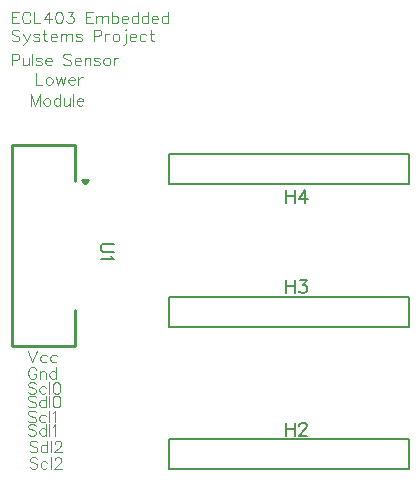
<source format=gto>
G04 Layer: TopSilkscreenLayer*
G04 EasyEDA v6.5.37, 2023-11-02 15:14:11*
G04 70c171ed55f9412ebf638e9d120c17bd,3a11b6de39944756a1cf0add2bf12301,10*
G04 Gerber Generator version 0.2*
G04 Scale: 100 percent, Rotated: No, Reflected: No *
G04 Dimensions in millimeters *
G04 leading zeros omitted , absolute positions ,4 integer and 5 decimal *
%FSLAX45Y45*%
%MOMM*%

%ADD10C,0.1000*%
%ADD11C,0.1524*%
%ADD12C,0.2032*%
%ADD13C,0.2030*%
%ADD14C,0.2540*%
%ADD15C,0.0159*%

%LPD*%
D10*
X889000Y3047237D02*
G01*
X925321Y2951734D01*
X961644Y3047237D02*
G01*
X925321Y2951734D01*
X1046226Y3001771D02*
G01*
X1037081Y3010915D01*
X1028192Y3015487D01*
X1014476Y3015487D01*
X1005331Y3010915D01*
X996187Y3001771D01*
X991615Y2988310D01*
X991615Y2979165D01*
X996187Y2965450D01*
X1005331Y2956305D01*
X1014476Y2951734D01*
X1028192Y2951734D01*
X1037081Y2956305D01*
X1046226Y2965450D01*
X1130807Y3001771D02*
G01*
X1121663Y3010915D01*
X1112520Y3015487D01*
X1099057Y3015487D01*
X1089913Y3010915D01*
X1080770Y3001771D01*
X1076197Y2988310D01*
X1076197Y2979165D01*
X1080770Y2965450D01*
X1089913Y2956305D01*
X1099057Y2951734D01*
X1112520Y2951734D01*
X1121663Y2956305D01*
X1130807Y2965450D01*
X957071Y2884931D02*
G01*
X952754Y2894076D01*
X943610Y2902965D01*
X934465Y2907537D01*
X916178Y2907537D01*
X907287Y2902965D01*
X898144Y2894076D01*
X893571Y2884931D01*
X889000Y2871215D01*
X889000Y2848610D01*
X893571Y2834894D01*
X898144Y2825750D01*
X907287Y2816605D01*
X916178Y2812034D01*
X934465Y2812034D01*
X943610Y2816605D01*
X952754Y2825750D01*
X957071Y2834894D01*
X957071Y2848610D01*
X934465Y2848610D02*
G01*
X957071Y2848610D01*
X987297Y2875787D02*
G01*
X987297Y2812034D01*
X987297Y2857500D02*
G01*
X1000760Y2871215D01*
X1009904Y2875787D01*
X1023620Y2875787D01*
X1032510Y2871215D01*
X1037081Y2857500D01*
X1037081Y2812034D01*
X1121663Y2907537D02*
G01*
X1121663Y2812034D01*
X1121663Y2862071D02*
G01*
X1112520Y2871215D01*
X1103629Y2875787D01*
X1089913Y2875787D01*
X1080770Y2871215D01*
X1071626Y2862071D01*
X1067307Y2848610D01*
X1067307Y2839465D01*
X1071626Y2825750D01*
X1080770Y2816605D01*
X1089913Y2812034D01*
X1103629Y2812034D01*
X1112520Y2816605D01*
X1121663Y2825750D01*
X952754Y2767076D02*
G01*
X943610Y2775965D01*
X929894Y2780537D01*
X911605Y2780537D01*
X898144Y2775965D01*
X889000Y2767076D01*
X889000Y2757931D01*
X893571Y2748787D01*
X898144Y2744215D01*
X907287Y2739644D01*
X934465Y2730500D01*
X943610Y2726181D01*
X948181Y2721610D01*
X952754Y2712465D01*
X952754Y2698750D01*
X943610Y2689605D01*
X929894Y2685034D01*
X911605Y2685034D01*
X898144Y2689605D01*
X889000Y2698750D01*
X1037081Y2735071D02*
G01*
X1028192Y2744215D01*
X1019047Y2748787D01*
X1005331Y2748787D01*
X996187Y2744215D01*
X987297Y2735071D01*
X982726Y2721610D01*
X982726Y2712465D01*
X987297Y2698750D01*
X996187Y2689605D01*
X1005331Y2685034D01*
X1019047Y2685034D01*
X1028192Y2689605D01*
X1037081Y2698750D01*
X1067307Y2780537D02*
G01*
X1067307Y2685034D01*
X1124457Y2780537D02*
G01*
X1110742Y2775965D01*
X1101852Y2762504D01*
X1097279Y2739644D01*
X1097279Y2726181D01*
X1101852Y2703321D01*
X1110742Y2689605D01*
X1124457Y2685034D01*
X1133602Y2685034D01*
X1147063Y2689605D01*
X1156207Y2703321D01*
X1160779Y2726181D01*
X1160779Y2739644D01*
X1156207Y2762504D01*
X1147063Y2775965D01*
X1133602Y2780537D01*
X1124457Y2780537D01*
X952754Y2652776D02*
G01*
X943610Y2661665D01*
X929894Y2666237D01*
X911605Y2666237D01*
X898144Y2661665D01*
X889000Y2652776D01*
X889000Y2643631D01*
X893571Y2634487D01*
X898144Y2629915D01*
X907287Y2625344D01*
X934465Y2616200D01*
X943610Y2611881D01*
X948181Y2607310D01*
X952754Y2598165D01*
X952754Y2584450D01*
X943610Y2575305D01*
X929894Y2570734D01*
X911605Y2570734D01*
X898144Y2575305D01*
X889000Y2584450D01*
X1037081Y2666237D02*
G01*
X1037081Y2570734D01*
X1037081Y2620771D02*
G01*
X1028192Y2629915D01*
X1019047Y2634487D01*
X1005331Y2634487D01*
X996187Y2629915D01*
X987297Y2620771D01*
X982726Y2607310D01*
X982726Y2598165D01*
X987297Y2584450D01*
X996187Y2575305D01*
X1005331Y2570734D01*
X1019047Y2570734D01*
X1028192Y2575305D01*
X1037081Y2584450D01*
X1067307Y2666237D02*
G01*
X1067307Y2570734D01*
X1124457Y2666237D02*
G01*
X1110742Y2661665D01*
X1101852Y2648204D01*
X1097279Y2625344D01*
X1097279Y2611881D01*
X1101852Y2589021D01*
X1110742Y2575305D01*
X1124457Y2570734D01*
X1133602Y2570734D01*
X1147063Y2575305D01*
X1156207Y2589021D01*
X1160779Y2611881D01*
X1160779Y2625344D01*
X1156207Y2648204D01*
X1147063Y2661665D01*
X1133602Y2666237D01*
X1124457Y2666237D01*
X952754Y2525776D02*
G01*
X943610Y2534665D01*
X929894Y2539237D01*
X911605Y2539237D01*
X898144Y2534665D01*
X889000Y2525776D01*
X889000Y2516631D01*
X893571Y2507487D01*
X898144Y2502915D01*
X907287Y2498344D01*
X934465Y2489200D01*
X943610Y2484881D01*
X948181Y2480310D01*
X952754Y2471165D01*
X952754Y2457450D01*
X943610Y2448305D01*
X929894Y2443734D01*
X911605Y2443734D01*
X898144Y2448305D01*
X889000Y2457450D01*
X1037081Y2493771D02*
G01*
X1028192Y2502915D01*
X1019047Y2507487D01*
X1005331Y2507487D01*
X996187Y2502915D01*
X987297Y2493771D01*
X982726Y2480310D01*
X982726Y2471165D01*
X987297Y2457450D01*
X996187Y2448305D01*
X1005331Y2443734D01*
X1019047Y2443734D01*
X1028192Y2448305D01*
X1037081Y2457450D01*
X1067307Y2539237D02*
G01*
X1067307Y2443734D01*
X1097279Y2521204D02*
G01*
X1106170Y2525776D01*
X1119886Y2539237D01*
X1119886Y2443734D01*
X952754Y2411476D02*
G01*
X943610Y2420365D01*
X929894Y2424937D01*
X911605Y2424937D01*
X898144Y2420365D01*
X889000Y2411476D01*
X889000Y2402331D01*
X893571Y2393187D01*
X898144Y2388615D01*
X907287Y2384044D01*
X934465Y2374900D01*
X943610Y2370581D01*
X948181Y2366010D01*
X952754Y2356865D01*
X952754Y2343150D01*
X943610Y2334005D01*
X929894Y2329434D01*
X911605Y2329434D01*
X898144Y2334005D01*
X889000Y2343150D01*
X1037081Y2424937D02*
G01*
X1037081Y2329434D01*
X1037081Y2379471D02*
G01*
X1028192Y2388615D01*
X1019047Y2393187D01*
X1005331Y2393187D01*
X996187Y2388615D01*
X987297Y2379471D01*
X982726Y2366010D01*
X982726Y2356865D01*
X987297Y2343150D01*
X996187Y2334005D01*
X1005331Y2329434D01*
X1019047Y2329434D01*
X1028192Y2334005D01*
X1037081Y2343150D01*
X1067307Y2424937D02*
G01*
X1067307Y2329434D01*
X1097279Y2406904D02*
G01*
X1106170Y2411476D01*
X1119886Y2424937D01*
X1119886Y2329434D01*
X965454Y2271776D02*
G01*
X956310Y2280665D01*
X942594Y2285237D01*
X924305Y2285237D01*
X910844Y2280665D01*
X901700Y2271776D01*
X901700Y2262631D01*
X906271Y2253487D01*
X910844Y2248915D01*
X919987Y2244344D01*
X947165Y2235200D01*
X956310Y2230881D01*
X960881Y2226310D01*
X965454Y2217165D01*
X965454Y2203450D01*
X956310Y2194305D01*
X942594Y2189734D01*
X924305Y2189734D01*
X910844Y2194305D01*
X901700Y2203450D01*
X1049781Y2285237D02*
G01*
X1049781Y2189734D01*
X1049781Y2239771D02*
G01*
X1040892Y2248915D01*
X1031747Y2253487D01*
X1018031Y2253487D01*
X1008887Y2248915D01*
X999997Y2239771D01*
X995426Y2226310D01*
X995426Y2217165D01*
X999997Y2203450D01*
X1008887Y2194305D01*
X1018031Y2189734D01*
X1031747Y2189734D01*
X1040892Y2194305D01*
X1049781Y2203450D01*
X1080007Y2285237D02*
G01*
X1080007Y2189734D01*
X1114552Y2262631D02*
G01*
X1114552Y2267204D01*
X1118870Y2276094D01*
X1123442Y2280665D01*
X1132586Y2285237D01*
X1150873Y2285237D01*
X1159763Y2280665D01*
X1164336Y2276094D01*
X1168907Y2267204D01*
X1168907Y2258060D01*
X1164336Y2248915D01*
X1155445Y2235200D01*
X1109979Y2189734D01*
X1173479Y2189734D01*
X965454Y2132076D02*
G01*
X956310Y2140965D01*
X942594Y2145537D01*
X924305Y2145537D01*
X910844Y2140965D01*
X901700Y2132076D01*
X901700Y2122931D01*
X906271Y2113787D01*
X910844Y2109215D01*
X919987Y2104644D01*
X947165Y2095500D01*
X956310Y2091181D01*
X960881Y2086610D01*
X965454Y2077465D01*
X965454Y2063750D01*
X956310Y2054605D01*
X942594Y2050034D01*
X924305Y2050034D01*
X910844Y2054605D01*
X901700Y2063750D01*
X1049781Y2100071D02*
G01*
X1040892Y2109215D01*
X1031747Y2113787D01*
X1018031Y2113787D01*
X1008887Y2109215D01*
X999997Y2100071D01*
X995426Y2086610D01*
X995426Y2077465D01*
X999997Y2063750D01*
X1008887Y2054605D01*
X1018031Y2050034D01*
X1031747Y2050034D01*
X1040892Y2054605D01*
X1049781Y2063750D01*
X1080007Y2145537D02*
G01*
X1080007Y2050034D01*
X1114552Y2122931D02*
G01*
X1114552Y2127504D01*
X1118870Y2136394D01*
X1123442Y2140965D01*
X1132586Y2145537D01*
X1150873Y2145537D01*
X1159763Y2140965D01*
X1164336Y2136394D01*
X1168907Y2127504D01*
X1168907Y2118360D01*
X1164336Y2109215D01*
X1155445Y2095500D01*
X1109979Y2050034D01*
X1173479Y2050034D01*
X749300Y5917437D02*
G01*
X749300Y5821934D01*
X749300Y5917437D02*
G01*
X808481Y5917437D01*
X749300Y5871971D02*
G01*
X785621Y5871971D01*
X749300Y5821934D02*
G01*
X808481Y5821934D01*
X906526Y5894831D02*
G01*
X901954Y5903976D01*
X892810Y5912865D01*
X883920Y5917437D01*
X865631Y5917437D01*
X856487Y5912865D01*
X847597Y5903976D01*
X843026Y5894831D01*
X838454Y5881115D01*
X838454Y5858510D01*
X843026Y5844794D01*
X847597Y5835650D01*
X856487Y5826505D01*
X865631Y5821934D01*
X883920Y5821934D01*
X892810Y5826505D01*
X901954Y5835650D01*
X906526Y5844794D01*
X936497Y5917437D02*
G01*
X936497Y5821934D01*
X936497Y5821934D02*
G01*
X991107Y5821934D01*
X1066545Y5917437D02*
G01*
X1021079Y5853937D01*
X1089405Y5853937D01*
X1066545Y5917437D02*
G01*
X1066545Y5821934D01*
X1146555Y5917437D02*
G01*
X1132839Y5912865D01*
X1123950Y5899404D01*
X1119378Y5876544D01*
X1119378Y5863081D01*
X1123950Y5840221D01*
X1132839Y5826505D01*
X1146555Y5821934D01*
X1155700Y5821934D01*
X1169415Y5826505D01*
X1178305Y5840221D01*
X1182878Y5863081D01*
X1182878Y5876544D01*
X1178305Y5899404D01*
X1169415Y5912865D01*
X1155700Y5917437D01*
X1146555Y5917437D01*
X1221994Y5917437D02*
G01*
X1272031Y5917437D01*
X1244854Y5881115D01*
X1258315Y5881115D01*
X1267460Y5876544D01*
X1272031Y5871971D01*
X1276604Y5858510D01*
X1276604Y5849365D01*
X1272031Y5835650D01*
X1262887Y5826505D01*
X1249426Y5821934D01*
X1235710Y5821934D01*
X1221994Y5826505D01*
X1217421Y5831078D01*
X1212850Y5840221D01*
X1376679Y5917437D02*
G01*
X1376679Y5821934D01*
X1376679Y5917437D02*
G01*
X1435607Y5917437D01*
X1376679Y5871971D02*
G01*
X1413002Y5871971D01*
X1376679Y5821934D02*
G01*
X1435607Y5821934D01*
X1465579Y5885687D02*
G01*
X1465579Y5821934D01*
X1465579Y5867400D02*
G01*
X1479295Y5881115D01*
X1488439Y5885687D01*
X1501902Y5885687D01*
X1511045Y5881115D01*
X1515618Y5867400D01*
X1515618Y5821934D01*
X1515618Y5867400D02*
G01*
X1529334Y5881115D01*
X1538478Y5885687D01*
X1551939Y5885687D01*
X1561084Y5881115D01*
X1565655Y5867400D01*
X1565655Y5821934D01*
X1595628Y5917437D02*
G01*
X1595628Y5821934D01*
X1595628Y5871971D02*
G01*
X1604771Y5881115D01*
X1613915Y5885687D01*
X1627378Y5885687D01*
X1636521Y5881115D01*
X1645665Y5871971D01*
X1650237Y5858510D01*
X1650237Y5849365D01*
X1645665Y5835650D01*
X1636521Y5826505D01*
X1627378Y5821934D01*
X1613915Y5821934D01*
X1604771Y5826505D01*
X1595628Y5835650D01*
X1680210Y5858510D02*
G01*
X1734820Y5858510D01*
X1734820Y5867400D01*
X1730247Y5876544D01*
X1725676Y5881115D01*
X1716531Y5885687D01*
X1702815Y5885687D01*
X1693926Y5881115D01*
X1684781Y5871971D01*
X1680210Y5858510D01*
X1680210Y5849365D01*
X1684781Y5835650D01*
X1693926Y5826505D01*
X1702815Y5821934D01*
X1716531Y5821934D01*
X1725676Y5826505D01*
X1734820Y5835650D01*
X1819402Y5917437D02*
G01*
X1819402Y5821934D01*
X1819402Y5871971D02*
G01*
X1810257Y5881115D01*
X1801113Y5885687D01*
X1787397Y5885687D01*
X1778507Y5881115D01*
X1769363Y5871971D01*
X1764792Y5858510D01*
X1764792Y5849365D01*
X1769363Y5835650D01*
X1778507Y5826505D01*
X1787397Y5821934D01*
X1801113Y5821934D01*
X1810257Y5826505D01*
X1819402Y5835650D01*
X1903729Y5917437D02*
G01*
X1903729Y5821934D01*
X1903729Y5871971D02*
G01*
X1894839Y5881115D01*
X1885695Y5885687D01*
X1871979Y5885687D01*
X1862836Y5881115D01*
X1853945Y5871971D01*
X1849373Y5858510D01*
X1849373Y5849365D01*
X1853945Y5835650D01*
X1862836Y5826505D01*
X1871979Y5821934D01*
X1885695Y5821934D01*
X1894839Y5826505D01*
X1903729Y5835650D01*
X1933956Y5858510D02*
G01*
X1988311Y5858510D01*
X1988311Y5867400D01*
X1983740Y5876544D01*
X1979422Y5881115D01*
X1970277Y5885687D01*
X1956561Y5885687D01*
X1947418Y5881115D01*
X1938274Y5871971D01*
X1933956Y5858510D01*
X1933956Y5849365D01*
X1938274Y5835650D01*
X1947418Y5826505D01*
X1956561Y5821934D01*
X1970277Y5821934D01*
X1979422Y5826505D01*
X1988311Y5835650D01*
X2072893Y5917437D02*
G01*
X2072893Y5821934D01*
X2072893Y5871971D02*
G01*
X2063750Y5881115D01*
X2054859Y5885687D01*
X2041143Y5885687D01*
X2032000Y5881115D01*
X2022856Y5871971D01*
X2018284Y5858510D01*
X2018284Y5849365D01*
X2022856Y5835650D01*
X2032000Y5826505D01*
X2041143Y5821934D01*
X2054859Y5821934D01*
X2063750Y5826505D01*
X2072893Y5835650D01*
X813054Y5751576D02*
G01*
X803910Y5760465D01*
X790194Y5765037D01*
X771905Y5765037D01*
X758444Y5760465D01*
X749300Y5751576D01*
X749300Y5742431D01*
X753871Y5733287D01*
X758444Y5728715D01*
X767587Y5724144D01*
X794765Y5715000D01*
X803910Y5710681D01*
X808481Y5706110D01*
X813054Y5696965D01*
X813054Y5683250D01*
X803910Y5674105D01*
X790194Y5669534D01*
X771905Y5669534D01*
X758444Y5674105D01*
X749300Y5683250D01*
X847597Y5733287D02*
G01*
X874776Y5669534D01*
X901954Y5733287D02*
G01*
X874776Y5669534D01*
X865631Y5651500D01*
X856487Y5642355D01*
X847597Y5637784D01*
X843026Y5637784D01*
X981963Y5719571D02*
G01*
X977392Y5728715D01*
X963929Y5733287D01*
X950213Y5733287D01*
X936497Y5728715D01*
X931926Y5719571D01*
X936497Y5710681D01*
X945642Y5706110D01*
X968502Y5701537D01*
X977392Y5696965D01*
X981963Y5687821D01*
X981963Y5683250D01*
X977392Y5674105D01*
X963929Y5669534D01*
X950213Y5669534D01*
X936497Y5674105D01*
X931926Y5683250D01*
X1025652Y5765037D02*
G01*
X1025652Y5687821D01*
X1030223Y5674105D01*
X1039368Y5669534D01*
X1048512Y5669534D01*
X1011936Y5733287D02*
G01*
X1043939Y5733287D01*
X1078484Y5706110D02*
G01*
X1132839Y5706110D01*
X1132839Y5715000D01*
X1128268Y5724144D01*
X1123950Y5728715D01*
X1114805Y5733287D01*
X1101089Y5733287D01*
X1091945Y5728715D01*
X1083055Y5719571D01*
X1078484Y5706110D01*
X1078484Y5696965D01*
X1083055Y5683250D01*
X1091945Y5674105D01*
X1101089Y5669534D01*
X1114805Y5669534D01*
X1123950Y5674105D01*
X1132839Y5683250D01*
X1162812Y5733287D02*
G01*
X1162812Y5669534D01*
X1162812Y5715000D02*
G01*
X1176528Y5728715D01*
X1185671Y5733287D01*
X1199387Y5733287D01*
X1208278Y5728715D01*
X1212850Y5715000D01*
X1212850Y5669534D01*
X1212850Y5715000D02*
G01*
X1226565Y5728715D01*
X1235710Y5733287D01*
X1249426Y5733287D01*
X1258315Y5728715D01*
X1262887Y5715000D01*
X1262887Y5669534D01*
X1342897Y5719571D02*
G01*
X1338326Y5728715D01*
X1324863Y5733287D01*
X1311147Y5733287D01*
X1297431Y5728715D01*
X1292860Y5719571D01*
X1297431Y5710681D01*
X1306576Y5706110D01*
X1329181Y5701537D01*
X1338326Y5696965D01*
X1342897Y5687821D01*
X1342897Y5683250D01*
X1338326Y5674105D01*
X1324863Y5669534D01*
X1311147Y5669534D01*
X1297431Y5674105D01*
X1292860Y5683250D01*
X1442973Y5765037D02*
G01*
X1442973Y5669534D01*
X1442973Y5765037D02*
G01*
X1483868Y5765037D01*
X1497584Y5760465D01*
X1501902Y5755894D01*
X1506473Y5747004D01*
X1506473Y5733287D01*
X1501902Y5724144D01*
X1497584Y5719571D01*
X1483868Y5715000D01*
X1442973Y5715000D01*
X1536445Y5733287D02*
G01*
X1536445Y5669534D01*
X1536445Y5706110D02*
G01*
X1541018Y5719571D01*
X1550162Y5728715D01*
X1559305Y5733287D01*
X1573021Y5733287D01*
X1625600Y5733287D02*
G01*
X1616455Y5728715D01*
X1607565Y5719571D01*
X1602994Y5706110D01*
X1602994Y5696965D01*
X1607565Y5683250D01*
X1616455Y5674105D01*
X1625600Y5669534D01*
X1639315Y5669534D01*
X1648460Y5674105D01*
X1657604Y5683250D01*
X1661921Y5696965D01*
X1661921Y5706110D01*
X1657604Y5719571D01*
X1648460Y5728715D01*
X1639315Y5733287D01*
X1625600Y5733287D01*
X1710181Y5765037D02*
G01*
X1714754Y5760465D01*
X1719326Y5765037D01*
X1714754Y5769610D01*
X1710181Y5765037D01*
X1714754Y5733287D02*
G01*
X1714754Y5656071D01*
X1710181Y5642355D01*
X1701037Y5637784D01*
X1692147Y5637784D01*
X1749297Y5706110D02*
G01*
X1803907Y5706110D01*
X1803907Y5715000D01*
X1799336Y5724144D01*
X1794763Y5728715D01*
X1785620Y5733287D01*
X1771904Y5733287D01*
X1763013Y5728715D01*
X1753870Y5719571D01*
X1749297Y5706110D01*
X1749297Y5696965D01*
X1753870Y5683250D01*
X1763013Y5674105D01*
X1771904Y5669534D01*
X1785620Y5669534D01*
X1794763Y5674105D01*
X1803907Y5683250D01*
X1888489Y5719571D02*
G01*
X1879345Y5728715D01*
X1870202Y5733287D01*
X1856486Y5733287D01*
X1847595Y5728715D01*
X1838452Y5719571D01*
X1833879Y5706110D01*
X1833879Y5696965D01*
X1838452Y5683250D01*
X1847595Y5674105D01*
X1856486Y5669534D01*
X1870202Y5669534D01*
X1879345Y5674105D01*
X1888489Y5683250D01*
X1931924Y5765037D02*
G01*
X1931924Y5687821D01*
X1936495Y5674105D01*
X1945640Y5669534D01*
X1954784Y5669534D01*
X1918462Y5733287D02*
G01*
X1950211Y5733287D01*
X749300Y5561837D02*
G01*
X749300Y5466334D01*
X749300Y5561837D02*
G01*
X790194Y5561837D01*
X803910Y5557265D01*
X808481Y5552694D01*
X813054Y5543804D01*
X813054Y5530087D01*
X808481Y5520944D01*
X803910Y5516371D01*
X790194Y5511800D01*
X749300Y5511800D01*
X843026Y5530087D02*
G01*
X843026Y5484621D01*
X847597Y5470905D01*
X856487Y5466334D01*
X870204Y5466334D01*
X879347Y5470905D01*
X892810Y5484621D01*
X892810Y5530087D02*
G01*
X892810Y5466334D01*
X923036Y5561837D02*
G01*
X923036Y5466334D01*
X1003045Y5516371D02*
G01*
X998473Y5525515D01*
X984757Y5530087D01*
X971042Y5530087D01*
X957579Y5525515D01*
X953007Y5516371D01*
X957579Y5507481D01*
X966470Y5502910D01*
X989329Y5498337D01*
X998473Y5493765D01*
X1003045Y5484621D01*
X1003045Y5480050D01*
X998473Y5470905D01*
X984757Y5466334D01*
X971042Y5466334D01*
X957579Y5470905D01*
X953007Y5480050D01*
X1033018Y5502910D02*
G01*
X1087373Y5502910D01*
X1087373Y5511800D01*
X1083055Y5520944D01*
X1078484Y5525515D01*
X1069339Y5530087D01*
X1055623Y5530087D01*
X1046479Y5525515D01*
X1037589Y5516371D01*
X1033018Y5502910D01*
X1033018Y5493765D01*
X1037589Y5480050D01*
X1046479Y5470905D01*
X1055623Y5466334D01*
X1069339Y5466334D01*
X1078484Y5470905D01*
X1087373Y5480050D01*
X1251204Y5548376D02*
G01*
X1242060Y5557265D01*
X1228344Y5561837D01*
X1210310Y5561837D01*
X1196594Y5557265D01*
X1187450Y5548376D01*
X1187450Y5539231D01*
X1192021Y5530087D01*
X1196594Y5525515D01*
X1205737Y5520944D01*
X1232915Y5511800D01*
X1242060Y5507481D01*
X1246631Y5502910D01*
X1251204Y5493765D01*
X1251204Y5480050D01*
X1242060Y5470905D01*
X1228344Y5466334D01*
X1210310Y5466334D01*
X1196594Y5470905D01*
X1187450Y5480050D01*
X1281176Y5502910D02*
G01*
X1335786Y5502910D01*
X1335786Y5511800D01*
X1331213Y5520944D01*
X1326642Y5525515D01*
X1317497Y5530087D01*
X1303781Y5530087D01*
X1294637Y5525515D01*
X1285747Y5516371D01*
X1281176Y5502910D01*
X1281176Y5493765D01*
X1285747Y5480050D01*
X1294637Y5470905D01*
X1303781Y5466334D01*
X1317497Y5466334D01*
X1326642Y5470905D01*
X1335786Y5480050D01*
X1365757Y5530087D02*
G01*
X1365757Y5466334D01*
X1365757Y5511800D02*
G01*
X1379220Y5525515D01*
X1388363Y5530087D01*
X1402079Y5530087D01*
X1411223Y5525515D01*
X1415542Y5511800D01*
X1415542Y5466334D01*
X1495552Y5516371D02*
G01*
X1491234Y5525515D01*
X1477518Y5530087D01*
X1463802Y5530087D01*
X1450086Y5525515D01*
X1445768Y5516371D01*
X1450086Y5507481D01*
X1459229Y5502910D01*
X1482089Y5498337D01*
X1491234Y5493765D01*
X1495552Y5484621D01*
X1495552Y5480050D01*
X1491234Y5470905D01*
X1477518Y5466334D01*
X1463802Y5466334D01*
X1450086Y5470905D01*
X1445768Y5480050D01*
X1548384Y5530087D02*
G01*
X1539239Y5525515D01*
X1530095Y5516371D01*
X1525778Y5502910D01*
X1525778Y5493765D01*
X1530095Y5480050D01*
X1539239Y5470905D01*
X1548384Y5466334D01*
X1562100Y5466334D01*
X1570989Y5470905D01*
X1580134Y5480050D01*
X1584705Y5493765D01*
X1584705Y5502910D01*
X1580134Y5516371D01*
X1570989Y5525515D01*
X1562100Y5530087D01*
X1548384Y5530087D01*
X1614678Y5530087D02*
G01*
X1614678Y5466334D01*
X1614678Y5502910D02*
G01*
X1619250Y5516371D01*
X1628394Y5525515D01*
X1637537Y5530087D01*
X1651000Y5530087D01*
X952500Y5396737D02*
G01*
X952500Y5301234D01*
X952500Y5301234D02*
G01*
X1007110Y5301234D01*
X1059687Y5364987D02*
G01*
X1050797Y5360415D01*
X1041654Y5351271D01*
X1037081Y5337810D01*
X1037081Y5328665D01*
X1041654Y5314950D01*
X1050797Y5305805D01*
X1059687Y5301234D01*
X1073404Y5301234D01*
X1082547Y5305805D01*
X1091692Y5314950D01*
X1096010Y5328665D01*
X1096010Y5337810D01*
X1091692Y5351271D01*
X1082547Y5360415D01*
X1073404Y5364987D01*
X1059687Y5364987D01*
X1126236Y5364987D02*
G01*
X1144270Y5301234D01*
X1162557Y5364987D02*
G01*
X1144270Y5301234D01*
X1162557Y5364987D02*
G01*
X1180592Y5301234D01*
X1198879Y5364987D02*
G01*
X1180592Y5301234D01*
X1228852Y5337810D02*
G01*
X1283462Y5337810D01*
X1283462Y5346700D01*
X1278889Y5355844D01*
X1274318Y5360415D01*
X1265173Y5364987D01*
X1251712Y5364987D01*
X1242568Y5360415D01*
X1233423Y5351271D01*
X1228852Y5337810D01*
X1228852Y5328665D01*
X1233423Y5314950D01*
X1242568Y5305805D01*
X1251712Y5301234D01*
X1265173Y5301234D01*
X1274318Y5305805D01*
X1283462Y5314950D01*
X1313434Y5364987D02*
G01*
X1313434Y5301234D01*
X1313434Y5337810D02*
G01*
X1318005Y5351271D01*
X1327150Y5360415D01*
X1336039Y5364987D01*
X1349755Y5364987D01*
X914400Y5218937D02*
G01*
X914400Y5123434D01*
X914400Y5218937D02*
G01*
X950721Y5123434D01*
X987044Y5218937D02*
G01*
X950721Y5123434D01*
X987044Y5218937D02*
G01*
X987044Y5123434D01*
X1039876Y5187187D02*
G01*
X1030731Y5182615D01*
X1021587Y5173471D01*
X1017015Y5160010D01*
X1017015Y5150865D01*
X1021587Y5137150D01*
X1030731Y5128005D01*
X1039876Y5123434D01*
X1053592Y5123434D01*
X1062481Y5128005D01*
X1071626Y5137150D01*
X1076197Y5150865D01*
X1076197Y5160010D01*
X1071626Y5173471D01*
X1062481Y5182615D01*
X1053592Y5187187D01*
X1039876Y5187187D01*
X1160779Y5218937D02*
G01*
X1160779Y5123434D01*
X1160779Y5173471D02*
G01*
X1151636Y5182615D01*
X1142492Y5187187D01*
X1129029Y5187187D01*
X1119886Y5182615D01*
X1110742Y5173471D01*
X1106170Y5160010D01*
X1106170Y5150865D01*
X1110742Y5137150D01*
X1119886Y5128005D01*
X1129029Y5123434D01*
X1142492Y5123434D01*
X1151636Y5128005D01*
X1160779Y5137150D01*
X1190752Y5187187D02*
G01*
X1190752Y5141721D01*
X1195323Y5128005D01*
X1204468Y5123434D01*
X1217929Y5123434D01*
X1227073Y5128005D01*
X1240789Y5141721D01*
X1240789Y5187187D02*
G01*
X1240789Y5123434D01*
X1270762Y5218937D02*
G01*
X1270762Y5123434D01*
X1300734Y5160010D02*
G01*
X1355344Y5160010D01*
X1355344Y5168900D01*
X1350771Y5178044D01*
X1346200Y5182615D01*
X1337055Y5187187D01*
X1323594Y5187187D01*
X1314450Y5182615D01*
X1305305Y5173471D01*
X1300734Y5160010D01*
X1300734Y5150865D01*
X1305305Y5137150D01*
X1314450Y5128005D01*
X1323594Y5123434D01*
X1337055Y5123434D01*
X1346200Y5128005D01*
X1355344Y5137150D01*
D11*
X3073400Y2439415D02*
G01*
X3073400Y2330450D01*
X3146043Y2439415D02*
G01*
X3146043Y2330450D01*
X3073400Y2387600D02*
G01*
X3146043Y2387600D01*
X3185668Y2413507D02*
G01*
X3185668Y2418587D01*
X3190747Y2429002D01*
X3196081Y2434336D01*
X3206495Y2439415D01*
X3227070Y2439415D01*
X3237484Y2434336D01*
X3242818Y2429002D01*
X3247897Y2418587D01*
X3247897Y2408173D01*
X3242818Y2397760D01*
X3232404Y2382265D01*
X3180334Y2330450D01*
X3253231Y2330450D01*
X3073400Y3645915D02*
G01*
X3073400Y3536950D01*
X3146043Y3645915D02*
G01*
X3146043Y3536950D01*
X3073400Y3594100D02*
G01*
X3146043Y3594100D01*
X3190747Y3645915D02*
G01*
X3247897Y3645915D01*
X3216909Y3604260D01*
X3232404Y3604260D01*
X3242818Y3599179D01*
X3247897Y3594100D01*
X3253231Y3578352D01*
X3253231Y3567937D01*
X3247897Y3552444D01*
X3237484Y3542029D01*
X3221990Y3536950D01*
X3206495Y3536950D01*
X3190747Y3542029D01*
X3185668Y3547110D01*
X3180334Y3557523D01*
X3073400Y4407915D02*
G01*
X3073400Y4298950D01*
X3146043Y4407915D02*
G01*
X3146043Y4298950D01*
X3073400Y4356100D02*
G01*
X3146043Y4356100D01*
X3232404Y4407915D02*
G01*
X3180334Y4335271D01*
X3258311Y4335271D01*
X3232404Y4407915D02*
G01*
X3232404Y4298950D01*
X1612117Y3955199D02*
G01*
X1534139Y3955199D01*
X1518645Y3950119D01*
X1508231Y3939705D01*
X1503151Y3923957D01*
X1503151Y3913543D01*
X1508231Y3898049D01*
X1518645Y3887635D01*
X1534139Y3882555D01*
X1612117Y3882555D01*
X1591289Y3848265D02*
G01*
X1596623Y3837851D01*
X1612117Y3822103D01*
X1503151Y3822103D01*
D12*
X4114800Y2298700D02*
G01*
X4114800Y2044700D01*
X2082800Y2044700D01*
X2082800Y2298700D01*
X2273300Y2298700D01*
D13*
X4114800Y2298700D02*
G01*
X2273300Y2298700D01*
D12*
X4114800Y3505200D02*
G01*
X4114800Y3251200D01*
X2082800Y3251200D01*
X2082800Y3505200D01*
X2273300Y3505200D01*
D13*
X4114800Y3505200D02*
G01*
X2273300Y3505200D01*
D12*
X4114800Y4711700D02*
G01*
X4114800Y4457700D01*
X2082800Y4457700D01*
X2082800Y4711700D01*
X2273300Y4711700D01*
D13*
X4114800Y4711700D02*
G01*
X2273300Y4711700D01*
D14*
X747801Y3087001D02*
G01*
X1282700Y3087001D01*
X1396761Y4495800D02*
G01*
X1371361Y4470400D01*
X1345961Y4495800D01*
X1396761Y4495800D01*
X1282700Y4786998D02*
G01*
X747801Y4786998D01*
X1282700Y3087001D02*
G01*
X1282700Y3391098D01*
X1282700Y4786998D02*
G01*
X1282700Y4482901D01*
X747801Y3087001D02*
G01*
X747801Y4786998D01*
M02*

</source>
